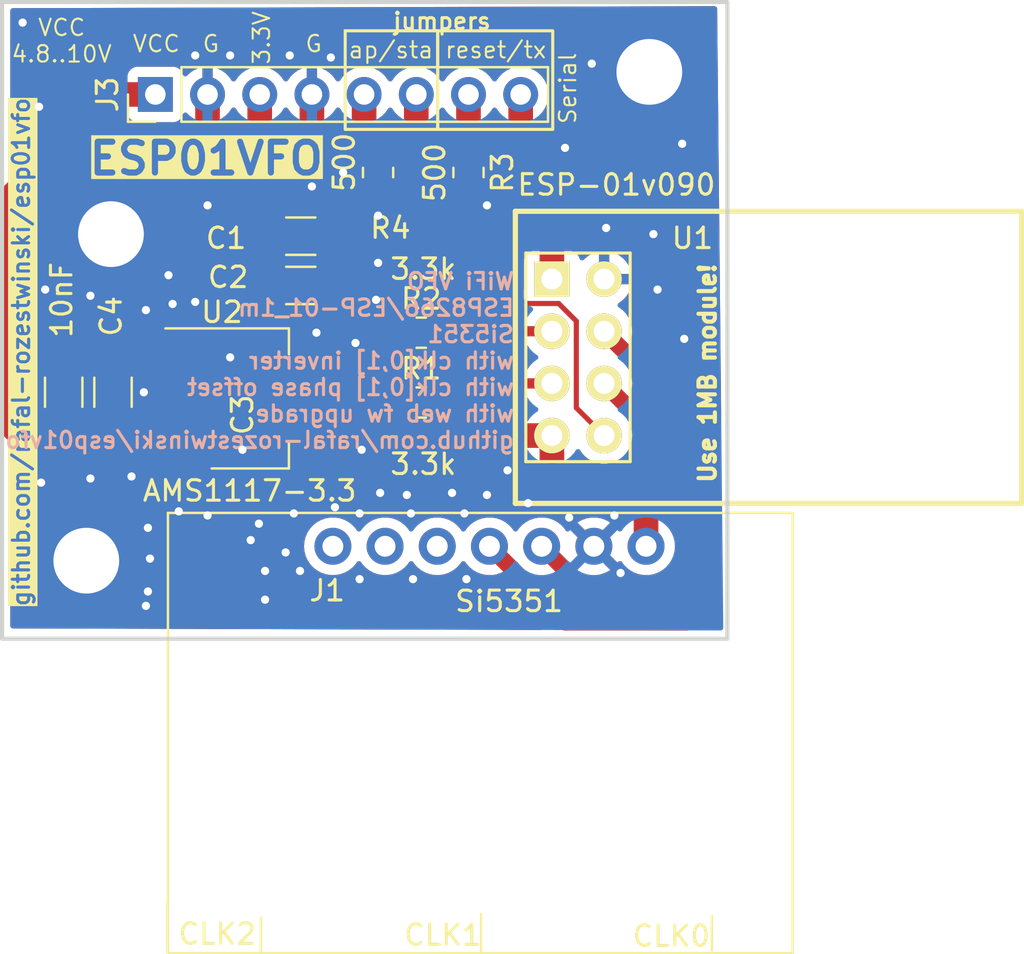
<source format=kicad_pcb>
(kicad_pcb (version 20221018) (generator pcbnew)
  (layers (0 "F.Cu" signal) (31 "B.Cu" signal) (34 "B.Paste" user) (35 "F.Paste" user) (36 "B.SilkS" user "B.Silkscreen") (37 "F.SilkS" user "F.Silkscreen") (38 "B.Mask" user) (39 "F.Mask" user) (44 "Edge.Cuts" user))
  (net 0 "")
  (net 1 "VCC")
  (net 2 "gnd")
  (net 3 "vcc")
  (net 4 "clk2")
  (net 5 "clk0")
  (net 6 "Net-(U1-RST)")
  (net 7 "Net-(U1-CH_PD)")
  (net 8 "scl")
  (net 9 "sda")
  (net 10 "clk1")
  (net 11 "Net-(J3-Pin_5)")
  (net 12 "AP_MODE_PIN")
  (net 13 "Net-(J3-Pin_7)")
  (net 14 "FACTORY_RESET_PIN")
  (footprint "Capacitor_SMD:C_1206_3216Metric_Pad1.33x1.80mm_HandSolder" (layer "F.Cu") (at 121.4 91.9 -90)
    (fp_text reference "C3" (at 1.1 -8.7 90) (layer "F.SilkS"))
    (fp_text value "10nF" (at -4.5 0.1 -90) (layer "F.SilkS"))
    (fp_line (start -0.711252 -0.91) (end 0.711252 -0.91) (stroke (width 0.12)) (layer "F.SilkS"))
    (fp_line (start -0.711252 0.91) (end 0.711252 0.91) (stroke (width 0.12)) (layer "F.SilkS"))
    (pad "1" smd roundrect (at -1.5625 0 270) (size 1.325 1.8) (layers "F.Cu" "F.Paste" "F.Mask") (roundrect_rratio 0.1886792453) (net 2 "gnd"))
    (pad "2" smd roundrect (at 1.5625 0 270) (size 1.325 1.8) (layers "F.Cu" "F.Paste" "F.Mask") (roundrect_rratio 0.1886792453) (net 1 "VCC"))
  )
  (footprint "Resistor_SMD:R_0805_2012Metric_Pad1.20x1.40mm_HandSolder" (layer "F.Cu") (at 138.8 89)
    (fp_text reference "R2" (at 0 -1.65) (layer "F.SilkS"))
    (fp_text value "3.3k" (at 0.1 -3.1) (layer "F.SilkS"))
    (fp_line (start -0.227064 -0.735) (end 0.227064 -0.735) (stroke (width 0.12)) (layer "F.SilkS"))
    (fp_line (start -0.227064 0.735) (end 0.227064 0.735) (stroke (width 0.12)) (layer "F.SilkS"))
    (pad "1" smd roundrect (at -1 0) (size 1.2 1.4) (layers "F.Cu" "F.Paste" "F.Mask") (roundrect_rratio 0.2083333333) (net 3 "vcc"))
    (pad "2" smd roundrect (at 1 0) (size 1.2 1.4) (layers "F.Cu" "F.Paste" "F.Mask") (roundrect_rratio 0.2083333333) (net 7 "Net-(U1-CH_PD)"))
  )
  (footprint "Package_TO_SOT_SMD:SOT-223-3_TabPin2" (layer "F.Cu") (at 130.45 92.2)
    (fp_text reference "U2" (at -1.35 -4.2) (layer "F.SilkS"))
    (fp_text value "AMS1117-3.3" (at 0 4.5) (layer "F.SilkS"))
    (fp_line (start -4.1 -3.41) (end 1.91 -3.41) (stroke (width 0.12)) (layer "F.SilkS"))
    (fp_line (start -1.85 3.41) (end 1.91 3.41) (stroke (width 0.12)) (layer "F.SilkS"))
    (fp_line (start 1.91 -3.41) (end 1.91 -2.15) (stroke (width 0.12)) (layer "F.SilkS"))
    (fp_line (start 1.91 3.41) (end 1.91 2.15) (stroke (width 0.12)) (layer "F.SilkS"))
    (pad "1" smd rect (at -3.15 -2.3) (size 2 1.5) (layers "F.Cu" "F.Paste" "F.Mask") (net 2 "gnd"))
    (pad "2" smd rect (at -3.15 0) (size 2 1.5) (layers "F.Cu" "F.Paste" "F.Mask") (net 3 "vcc"))
    (pad "2" smd rect (at 3.15 0) (size 2 3.8) (layers "F.Cu" "F.Paste" "F.Mask") (net 3 "vcc"))
    (pad "3" smd rect (at -3.15 2.3) (size 2 1.5) (layers "F.Cu" "F.Paste" "F.Mask") (net 1 "VCC"))
  )
  (footprint "Capacitor_SMD:C_1206_3216Metric_Pad1.33x1.80mm_HandSolder" (layer "F.Cu") (at 132.9375 84.3)
    (fp_text reference "C1" (at -3.6375 0.1) (layer "F.SilkS"))
    (fp_text value "10nF")
    (fp_line (start -0.711252 -0.91) (end 0.711252 -0.91) (stroke (width 0.12)) (layer "F.SilkS"))
    (fp_line (start -0.711252 0.91) (end 0.711252 0.91) (stroke (width 0.12)) (layer "F.SilkS"))
    (pad "1" smd roundrect (at -1.5625 0) (size 1.325 1.8) (layers "F.Cu" "F.Paste" "F.Mask") (roundrect_rratio 0.1886792453) (net 3 "vcc"))
    (pad "2" smd roundrect (at 1.5625 0) (size 1.325 1.8) (layers "F.Cu" "F.Paste" "F.Mask") (roundrect_rratio 0.1886792453) (net 2 "gnd"))
  )
  (footprint "Connector_PinHeader_2.54mm:PinHeader_1x08_P2.54mm_Vertical" (layer "F.Cu") (at 125.86 77.4 90)
    (fp_text reference "J3" (at 0 -2.33 90) (layer "F.SilkS"))
    (fp_text value "Conn_01x08_Pin" hide)
    (fp_line (start -1.33 -1.33) (end 0 -1.33) (stroke (width 0.12)) (layer "F.SilkS"))
    (fp_line (start -1.33 0) (end -1.33 -1.33) (stroke (width 0.12)) (layer "F.SilkS"))
    (fp_line (start -1.33 1.27) (end -1.33 19.11) (stroke (width 0.12)) (layer "F.SilkS"))
    (fp_line (start -1.33 1.27) (end 1.33 1.27) (stroke (width 0.12)) (layer "F.SilkS"))
    (fp_line (start -1.33 19.11) (end 1.33 19.11) (stroke (width 0.12)) (layer "F.SilkS"))
    (fp_line (start 1.33 1.27) (end 1.33 19.11) (stroke (width 0.12)) (layer "F.SilkS"))
    (pad "1" thru_hole rect (at 0 0 90) (size 1.7 1.7) (drill 1) (layers "*.Cu" "*.Mask") (net 1 "VCC"))
    (pad "2" thru_hole oval (at 0 2.54 90) (size 1.7 1.7) (drill 1) (layers "*.Cu" "*.Mask") (net 2 "gnd"))
    (pad "3" thru_hole oval (at 0 5.08 90) (size 1.7 1.7) (drill 1) (layers "*.Cu" "*.Mask") (net 3 "vcc"))
    (pad "4" thru_hole oval (at 0 7.62 90) (size 1.7 1.7) (drill 1) (layers "*.Cu" "*.Mask") (net 2 "gnd"))
    (pad "5" thru_hole oval (at 0 10.16 90) (size 1.7 1.7) (drill 1) (layers "*.Cu" "*.Mask") (net 11 "Net-(J3-Pin_5)"))
    (pad "6" thru_hole oval (at 0 12.7 90) (size 1.7 1.7) (drill 1) (layers "*.Cu" "*.Mask") (net 12 "AP_MODE_PIN"))
    (pad "7" thru_hole oval (at 0 15.24 90) (size 1.7 1.7) (drill 1) (layers "*.Cu" "*.Mask") (net 13 "Net-(J3-Pin_7)"))
    (pad "8" thru_hole oval (at 0 17.78 90) (size 1.7 1.7) (drill 1) (layers "*.Cu" "*.Mask") (net 14 "FACTORY_RESET_PIN"))
  )
  (footprint "footprints:SI5351 Module" (layer "F.Cu") (at 126.4736 104.3784)
    (fp_text reference "J1" (at 7.75 -2.82) (layer "F.SilkS"))
    (fp_text value "Si5351" (at 16.6 -2.3) (layer "F.SilkS"))
    (fp_text user "CLK2" (at 2.4 13.9) (layer "F.SilkS"))
    (fp_text user "CLK0" (at 24.5 14) (layer "F.SilkS"))
    (fp_text user "CLK1" (at 13.38 13.95) (layer "F.SilkS"))
    (fp_line (start -0.0254 12.319) (end -0.0254 14.8336) (stroke (width 0.12)) (layer "F.SilkS"))
    (fp_line (start 4.5212 14.8336) (end 4.5212 13.1064) (stroke (width 0.12)) (layer "F.SilkS"))
    (fp_line (start 15.24 14.7828) (end 15.24 12.9286) (stroke (width 0.12)) (layer "F.SilkS"))
    (fp_line (start 26.4795 14.7066) (end 26.4668 13.0302) (stroke (width 0.12)) (layer "F.SilkS"))
    (fp_rect (start 0 -6.604) (end 30.4038 14.8336) (stroke (width 0.12)) (fill none) (layer "F.SilkS"))
    (pad "1" thru_hole circle (at 8.0264 -4.9784) (size 1.8 1.8) (drill 1.016) (layers "*.Cu" "*.Mask") (net 5 "clk0"))
    (pad "2" thru_hole circle (at 10.5664 -4.9784) (size 1.8 1.8) (drill 1.016) (layers "*.Cu" "*.Mask") (net 10 "clk1"))
    (pad "3" thru_hole circle (at 13.1064 -4.9784) (size 1.8 1.8) (drill 1.016) (layers "*.Cu" "*.Mask") (net 4 "clk2"))
    (pad "4" thru_hole circle (at 15.6464 -4.9784) (size 1.8 1.8) (drill 1.016) (layers "*.Cu" "*.Mask") (net 8 "scl"))
    (pad "5" thru_hole circle (at 18.1864 -4.9784) (size 1.8 1.8) (drill 1.016) (layers "*.Cu" "*.Mask") (net 9 "sda"))
    (pad "6" thru_hole circle (at 20.7264 -4.9784) (size 1.8 1.8) (drill 1.016) (layers "*.Cu" "*.Mask") (net 2 "gnd"))
    (pad "7" thru_hole circle (at 23.2664 -4.9784) (size 1.8 1.8) (drill 1.016) (layers "*.Cu" "*.Mask") (net 3 "vcc"))
  )
  (footprint "Resistor_SMD:R_0805_2012Metric_Pad1.20x1.40mm_HandSolder" (layer "F.Cu") (at 138.8 92.4)
    (fp_text reference "R1" (at 0 -1.65) (layer "F.SilkS"))
    (fp_text value "3.3k" (at 0.1 3) (layer "F.SilkS"))
    (fp_line (start -0.227064 -0.735) (end 0.227064 -0.735) (stroke (width 0.12)) (layer "F.SilkS"))
    (fp_line (start -0.227064 0.735) (end 0.227064 0.735) (stroke (width 0.12)) (layer "F.SilkS"))
    (pad "1" smd roundrect (at -1 0) (size 1.2 1.4) (layers "F.Cu" "F.Paste" "F.Mask") (roundrect_rratio 0.2083333333) (net 3 "vcc"))
    (pad "2" smd roundrect (at 1 0) (size 1.2 1.4) (layers "F.Cu" "F.Paste" "F.Mask") (roundrect_rratio 0.2083333333) (net 6 "Net-(U1-RST)"))
  )
  (footprint "Capacitor_SMD:C_1206_3216Metric_Pad1.33x1.80mm_HandSolder" (layer "F.Cu") (at 132.9375 86.7 180)
    (fp_text reference "C2" (at 3.5375 0.4) (layer "F.SilkS"))
    (fp_text value "10nF")
    (fp_line (start -0.711252 -0.91) (end 0.711252 -0.91) (stroke (width 0.12)) (layer "F.SilkS"))
    (fp_line (start -0.711252 0.91) (end 0.711252 0.91) (stroke (width 0.12)) (layer "F.SilkS"))
    (pad "1" smd roundrect (at -1.5625 0 180) (size 1.325 1.8) (layers "F.Cu" "F.Paste" "F.Mask") (roundrect_rratio 0.1886792453) (net 2 "gnd"))
    (pad "2" smd roundrect (at 1.5625 0 180) (size 1.325 1.8) (layers "F.Cu" "F.Paste" "F.Mask") (roundrect_rratio 0.1886792453) (net 3 "vcc"))
  )
  (footprint "footprints:ESP-01" (layer "F.Cu") (at 145.159 86.39)
    (fp_text reference "U1" (at 6.841 -1.99) (layer "F.SilkS"))
    (fp_text value "ESP-01v090" (at 3.141 -4.59 180) (layer "F.SilkS"))
    (fp_line (start -1.778 -3.302) (end 22.86 -3.302) (stroke (width 0.254)) (layer "F.SilkS"))
    (fp_line (start -1.778 10.922) (end -1.778 -3.302) (stroke (width 0.254)) (layer "F.SilkS"))
    (fp_line (start -1.27 -1.27) (end -1.27 1.27) (stroke (width 0.1524)) (layer "F.SilkS"))
    (fp_line (start -1.27 1.27) (end -1.27 8.89) (stroke (width 0.1524)) (layer "F.SilkS"))
    (fp_line (start -1.27 8.89) (end 3.81 8.89) (stroke (width 0.1524)) (layer "F.SilkS"))
    (fp_line (start 1.27 -1.27) (end -1.27 -1.27) (stroke (width 0.1524)) (layer "F.SilkS"))
    (fp_line (start 3.81 -1.27) (end 1.27 -1.27) (stroke (width 0.1524)) (layer "F.SilkS"))
    (fp_line (start 3.81 8.89) (end 3.81 -1.27) (stroke (width 0.1524)) (layer "F.SilkS"))
    (fp_line (start 22.86 -3.302) (end 22.86 10.922) (stroke (width 0.254)) (layer "F.SilkS"))
    (fp_line (start 22.86 10.922) (end -1.778 10.922) (stroke (width 0.254)) (layer "F.SilkS"))
    (pad "1" thru_hole rect (at 0 0) (size 1.7272 1.7272) (drill 1.016) (layers "*.Cu" "*.Mask" "F.SilkS") (net 14 "FACTORY_RESET_PIN"))
    (pad "2" thru_hole oval (at 2.54 0) (size 1.7272 1.7272) (drill 1.016) (layers "*.Cu" "*.Mask" "F.SilkS") (net 2 "gnd"))
    (pad "3" thru_hole oval (at 0 2.54) (size 1.7272 1.7272) (drill 1.016) (layers "*.Cu" "*.Mask" "F.SilkS") (net 7 "Net-(U1-CH_PD)"))
    (pad "4" thru_hole oval (at 2.54 2.54) (size 1.7272 1.7272) (drill 1.016) (layers "*.Cu" "*.Mask" "F.SilkS") (net 8 "scl"))
    (pad "5" thru_hole oval (at 0 5.08) (size 1.7272 1.7272) (drill 1.016) (layers "*.Cu" "*.Mask" "F.SilkS") (net 6 "Net-(U1-RST)"))
    (pad "6" thru_hole oval (at 2.54 5.08) (size 1.7272 1.7272) (drill 1.016) (layers "*.Cu" "*.Mask" "F.SilkS") (net 9 "sda"))
    (pad "7" thru_hole oval (at 0 7.62) (size 1.7272 1.7272) (drill 1.016) (layers "*.Cu" "*.Mask" "F.SilkS") (net 3 "vcc"))
    (pad "8" thru_hole oval (at 2.54 7.62) (size 1.7272 1.7272) (drill 1.016) (layers "*.Cu" "*.Mask" "F.SilkS") (net 12 "AP_MODE_PIN"))
  )
  (footprint "Resistor_SMD:R_0805_2012Metric_Pad1.20x1.40mm_HandSolder" (layer "F.Cu") (at 141.1 81.2 -90)
    (fp_text reference "R3" (at 0 -1.65 90) (layer "F.SilkS"))
    (fp_text value "500" (at 0 1.65 90) (layer "F.SilkS"))
    (fp_line (start -0.227064 -0.735) (end 0.227064 -0.735) (stroke (width 0.12)) (layer "F.SilkS"))
    (fp_line (start -0.227064 0.735) (end 0.227064 0.735) (stroke (width 0.12)) (layer "F.SilkS"))
    (pad "1" smd roundrect (at -1 0 270) (size 1.2 1.4) (layers "F.Cu" "F.Paste" "F.Mask") (roundrect_rratio 0.2083333333) (net 13 "Net-(J3-Pin_7)"))
    (pad "2" smd roundrect (at 1 0 270) (size 1.2 1.4) (layers "F.Cu" "F.Paste" "F.Mask") (roundrect_rratio 0.2083333333) (net 2 "gnd"))
  )
  (footprint "Resistor_SMD:R_0805_2012Metric_Pad1.20x1.40mm_HandSolder" (layer "F.Cu") (at 136.7 81.2 -90)
    (fp_text reference "R4" (at 2.7 -0.6 -180) (layer "F.SilkS"))
    (fp_text value "500" (at -0.5 1.65 90) (layer "F.SilkS"))
    (fp_line (start -0.227064 -0.735) (end 0.227064 -0.735) (stroke (width 0.12)) (layer "F.SilkS"))
    (fp_line (start -0.227064 0.735) (end 0.227064 0.735) (stroke (width 0.12)) (layer "F.SilkS"))
    (pad "1" smd roundrect (at -1 0 270) (size 1.2 1.4) (layers "F.Cu" "F.Paste" "F.Mask") (roundrect_rratio 0.2083333333) (net 11 "Net-(J3-Pin_5)"))
    (pad "2" smd roundrect (at 1 0 270) (size 1.2 1.4) (layers "F.Cu" "F.Paste" "F.Mask") (roundrect_rratio 0.2083333333) (net 2 "gnd"))
  )
  (footprint "Capacitor_SMD:C_1206_3216Metric_Pad1.33x1.80mm_HandSolder" (layer "F.Cu") (at 123.8 91.9 90)
    (fp_text reference "C4" (at 3.7 -0.1 90) (layer "F.SilkS"))
    (fp_text value "10nF")
    (fp_line (start -0.711252 -0.91) (end 0.711252 -0.91) (stroke (width 0.12)) (layer "F.SilkS"))
    (fp_line (start -0.711252 0.91) (end 0.711252 0.91) (stroke (width 0.12)) (layer "F.SilkS"))
    (pad "1" smd roundrect (at -1.5625 0 90) (size 1.325 1.8) (layers "F.Cu" "F.Paste" "F.Mask") (roundrect_rratio 0.1886792453) (net 1 "VCC"))
    (pad "2" smd roundrect (at 1.5625 0 90) (size 1.325 1.8) (layers "F.Cu" "F.Paste" "F.Mask") (roundrect_rratio 0.1886792453) (net 2 "gnd"))
  )
  (gr_rect (start 135.1 74.3) (end 139.6 79.1) (stroke (width 0.15)) (fill none) (layer "F.SilkS"))
  (gr_rect (start 139.6 74.3) (end 145.2 79.1) (stroke (width 0.15)) (fill none) (layer "F.SilkS"))
  (gr_rect (start 118.4 72.9) (end 153.7 103.9) (stroke (width 0.2)) (fill none) (layer "Edge.Cuts"))
  (gr_text "WiFi VFO\nESP8266/ESP-01_1m\nSi5351\nwith clk[0,1] inverter\nwith clk[0,1] phase offset\nwith web fw upgrade\ngithub.com/rafal-rozestwinski/esp01vfo" (at 143.4 94.7) (layer "B.SilkS") (effects (font (size 0.8 0.8)) (justify left bottom mirror)))
  (gr_text "VCC" (at 124.7 75.4) (layer "F.SilkS") (effects (font (size 0.8 0.8) (thickness 0.1)) (justify left bottom)))
  (gr_text "ESP01VFO" (at 122.5 81.4) (layer "F.SilkS" knockout) (effects (font (size 1.5 1.5) (thickness 0.3) bold) (justify left bottom)))
  (gr_text "G" (at 133.1 75.4) (layer "F.SilkS") (effects (font (size 0.8 0.8) (thickness 0.1)) (justify left bottom)))
  (gr_text "ap/sta" (at 135.2 75.7) (layer "F.SilkS") (effects (font (size 0.8 0.8) (thickness 0.1)) (justify left bottom)))
  (gr_text "Serial" (at 146.4 78.9 90) (layer "F.SilkS") (effects (font (size 0.8 0.8) (thickness 0.1)) (justify left bottom)))
  (gr_text "G" (at 128.1 75.4) (layer "F.SilkS") (effects (font (size 0.8 0.8) (thickness 0.1)) (justify left bottom)))
  (gr_text "jumpers" (at 137.35 74.3) (layer "F.SilkS") (effects (font (size 0.8 0.8)) (justify left bottom)))
  (gr_text "3.3V" (at 131.5 76 90) (layer "F.SilkS") (effects (font (size 0.8 0.8) (thickness 0.1)) (justify left bottom)))
  (gr_text "github.com/rafal-rozestwinski/esp01vfo" (at 119.8 102.4 90) (layer "F.SilkS" knockout) (effects (font (size 0.8 0.8)) (justify left bottom)))
  (gr_text "Use 1MB module!" (at 153.2 96.4 90) (layer "F.SilkS") (effects (font (size 0.8 0.8) (thickness 0.2) bold) (justify left bottom)))
  (gr_text "VCC\n4.8..10V" (at 121.3 75.9) (layer "F.SilkS") (effects (font (size 0.8 0.8) (thickness 0.1)) (justify bottom)))
  (gr_text "reset/tx" (at 139.9 75.7) (layer "F.SilkS") (effects (font (size 0.8 0.8) (thickness 0.1)) (justify left bottom)))
  (segment (start 119 93.7) (end 121.1625 93.7) (width 1.2) (layer "F.Cu") (net 1))
  (segment (start 123.81 77.4) (end 119 82.21) (width 1.2) (layer "F.Cu") (net 1))
  (segment (start 121.1625 93.7) (end 121.4 93.4625) (width 1.2) (layer "F.Cu") (net 1))
  (segment (start 119 82.21) (end 119 93.7) (width 1.2) (layer "F.Cu") (net 1))
  (segment (start 121.4 93.4625) (end 122.4375 94.5) (width 1.2) (layer "F.Cu") (net 1))
  (segment (start 125.86 77.4) (end 123.81 77.4) (width 1.2) (layer "F.Cu") (net 1))
  (segment (start 122.4375 94.5) (end 127.3 94.5) (width 1.2) (layer "F.Cu") (net 1))
  (segment (start 133.48 81.88) (end 133.48 77.4) (width 1.2) (layer "F.Cu") (net 2))
  (segment (start 141.9 82.7) (end 141.8 82.7) (width 1.2) (layer "F.Cu") (net 2))
  (segment (start 134.5 86.7) (end 134.5 82.9) (width 1.2) (layer "F.Cu") (net 2))
  (segment (start 134.5 82.9) (end 133.48 81.88) (width 1.2) (layer "F.Cu") (net 2))
  (segment (start 141.7 82.7) (end 142 82.8) (width 1.2) (layer "F.Cu") (net 2))
  (segment (start 128.4 82.8) (end 128.4 88.8) (width 1.2) (layer "F.Cu") (net 2))
  (segment (start 142 82.8) (end 141.9 82.7) (width 1.2) (layer "F.Cu") (net 2))
  (segment (start 141.6 82.7) (end 141.7 82.7) (width 1.2) (layer "F.Cu") (net 2))
  (segment (start 128.4 77.4) (end 128.4 82.8) (width 1.2) (layer "F.Cu") (net 2))
  (segment (start 128.4 88.8) (end 127.3 89.9) (width 1.2) (layer "F.Cu") (net 2))
  (segment (start 141.1 82.2) (end 141.6 82.7) (width 1.2) (layer "F.Cu") (net 2))
  (via (at 131.2 100.6) (size 0.8) (drill 0.4) (layers "F.Cu" "B.Cu") (net 2))
  (via (at 141 101) (size 0.8) (drill 0.4) (layers "F.Cu" "B.Cu") (net 2))
  (via (at 149.9 76.3) (size 4) (drill 3.2) (layers "F.Cu" "B.Cu") (net 2))
  (via (at 143 95.7) (size 0.8) (drill 0.4) (layers "F.Cu" "B.Cu") (net 2))
  (via (at 132.4 75.5) (size 0.8) (drill 0.4) (layers "F.Cu" "B.Cu") (net 2))
  (via (at 134.6 97.5) (size 0.8) (drill 0.4) (layers "F.Cu" "B.Cu") (net 2))
  (via (at 131.2 102) (size 0.8) (drill 0.4) (layers "F.Cu" "B.Cu") (net 2))
  (via (at 130.1 94.7) (size 0.8) (drill 0.4) (layers "F.Cu" "B.Cu") (net 2))
  (via (at 136.7 85.6) (size 0.8) (drill 0.4) (layers "F.Cu" "B.Cu") (net 2))
  (via (at 135.8 97.8) (size 0.8) (drill 0.4) (layers "F.Cu" "B.Cu") (net 2))
  (via (at 128.4 82.8) (size 0.8) (drill 0.4) (layers "F.Cu" "B.Cu") (net 2))
  (via (at 138.1 96.9) (size 0.8) (drill 0.4) (layers "F.Cu" "B.Cu") (net 2))
  (via (at 119.4 73.9) (size 0.8) (drill 0.4) (layers "F.Cu" "B.Cu") (net 2))
  (via (at 151.5 79.8) (size 0.8) (drill 0.4) (layers "F.Cu" "B.Cu") (net 2))
  (via (at 147.8 83.9) (size 0.8) (drill 0.4) (layers "F.Cu" "B.Cu") (net 2))
  (via (at 145.8 80) (size 0.8) (drill 0.4) (layers "F.Cu" "B.Cu") (net 2))
  (via (at 146 98) (size 0.8) (drill 0.4) (layers "F.Cu" "B.Cu") (net 2))
  (via (at 127 97.7) (size 0.8) (drill 0.4) (layers "F.Cu" "B.Cu") (net 2))
  (via (at 138.3 97.8) (size 0.8) (drill 0.4) (layers "F.Cu" "B.Cu") (net 2))
  (via (at 142 96.9) (size 0.8) (drill 0.4) (layers "F.Cu" "B.Cu") (net 2))
  (via (at 125.6 100) (size 0.8) (drill 0.4) (layers "F.Cu" "B.Cu") (net 2))
  (via (at 122.5 100.1) (size 4) (drill 3.2) (layers "F.Cu" "B.Cu") (net 2))
  (via (at 148.5 100.7) (size 0.8) (drill 0.4) (layers "F.Cu" "B.Cu") (net 2))
  (via (at 125.4 87.9) (size 0.8) (drill 0.4) (layers "F.Cu" "B.Cu") (net 2))
  (via (at 135 81.2) (size 0.8) (drill 0.4) (layers "F.Cu" "B.Cu") (net 2))
  (via (at 123.7 84.2) (size 4) (drill 3.2) (layers "F.Cu" "B.Cu") (net 2))
  (via (at 138.4 101) (size 0.8) (drill 0.4) (layers "F.Cu" "B.Cu") (net 2))
  (via (at 150.1 84.2) (size 0.8) (drill 0.4) (layers "F.Cu" "B.Cu") (net 2))
  (via (at 122.7 87.2) (size 0.8) (drill 0.4) (layers "F.Cu" "B.Cu") (net 2))
  (via (at 126.5 86.2) (size 0.8) (drill 0.4) (layers "F.Cu" "B.Cu") (net 2))
  (via (at 130.9 98.3) (size 0.8) (drill 0.4) (layers "F.Cu" "B.Cu") (net 2))
  (via (at 132.6 97.8) (size 0.8) (drill 0.4) (layers "F.Cu" "B.Cu") (net 2))
  (via (at 129.5 75.5) (size 0.8) (drill 0.4) (layers "F.Cu" "B.Cu") (net 2))
  (via (at 136.8 96.8) (size 0.8) (drill 0.4) (layers "F.Cu" "B.Cu") (net 2))
  (via (at 125.5 98.5) (size 0.8) (drill 0.4) (layers "F.Cu" "B.Cu") (net 2))
  (via (at 142 82.8) (size 0.8) (drill 0.4) (layers "F.Cu" "B.Cu") (net 2))
  (via (at 129.5 90.2) (size 0.8) (drill 0.4) (layers "F.Cu" "B.Cu") (net 2))
  (via (at 135.6 89.5) (size 0.8) (drill 0.4) (layers "F.Cu" "B.Cu") (net 2))
  (via (at 120.3 96.3) (size 0.8) (drill 0.4) (layers "F.Cu" "B.Cu") (net 2))
  (via (at 140.3 96.8) (size 0.8) (drill 0.4) (layers "F.Cu" "B.Cu") (net 2))
  (via (at 127.8 75.5) (size 0.8) (drill 0.4) (layers "F.Cu" "B.Cu") (net 2))
  (via (at 132.2 99.7) (size 0.8) (drill 0.4) (layers "F.Cu" "B.Cu") (net 2))
  (via (at 135.9 94.7) (size 0.8) (drill 0.4) (layers "F.Cu" "B.Cu") (net 2))
  (via (at 125.3 91.9) (size 0.8) (drill 0.4) (layers "F.Cu" "B.Cu") (net 2))
  (via (at 133.7 89) (size 0.8) (drill 0.4) (layers "F.Cu" "B.Cu") (net 2))
  (via (at 128.4 97.9) (size 0.8) (drill 0.4) (layers "F.Cu" "B.Cu") (net 2))
  (via (at 151.6 89.3) (size 0.8) (drill 0.4) (layers "F.Cu" "B.Cu") (net 2))
  (via (at 130.5 99.1) (size 0.8) (drill 0.4) (layers "F.Cu" "B.Cu") (net 2))
  (via (at 120.5 86.9) (size 0.8) (drill 0.4) (layers "F.Cu" "B.Cu") (net 2))
  (via (at 133.48 81.88) (size 0.8) (drill 0.4) (layers "F.Cu" "B.Cu") (net 2))
  (via (at 136.7 83.3) (size 0.8) (drill 0.4) (layers "F.Cu" "B.Cu") (net 2))
  (via (at 144 97.3) (size 0.8) (drill 0.4) (layers "F.Cu" "B.Cu") (net 2))
  (via (at 147.1 75.9) (size 0.8) (drill 0.4) (layers "F.Cu" "B.Cu") (net 2))
  (via (at 120.2 78) (size 0.8) (drill 0.4) (layers "F.Cu" "B.Cu") (net 2))
  (via (at 122.7 96.1) (size 0.8) (drill 0.4) (layers "F.Cu" "B.Cu") (net 2))
  (via (at 132.9 100.6) (size 0.8) (drill 0.4) (layers "F.Cu" "B.Cu") (net 2))
  (via (at 125.5 101.6) (size 0.8) (drill 0.4) (layers "F.Cu" "B.Cu") (net 2))
  (via (at 126.7 87.6) (size 0.8) (drill 0.4) (layers "F.Cu" "B.Cu") (net 2))
  (via (at 124.7 96) (size 0.8) (drill 0.4) (layers "F.Cu" "B.Cu") (net 2))
  (via (at 148.2 97.9) (size 0.8) (drill 0.4) (layers "F.Cu" "B.Cu") (net 2))
  (via (at 150.3 86.9) (size 0.8) (drill 0.4) (layers "F.Cu" "B.Cu") (net 2))
  (via (at 135.8 101) (size 0.8) (drill 0.4) (layers "F.Cu" "B.Cu") (net 2))
  (via (at 134.4 75.6) (size 0.8) (drill 0.4) (layers "F.Cu" "B.Cu") (net 2))
  (via (at 140.9 97.8) (size 0.8) (drill 0.4) (layers "F.Cu" "B.Cu") (net 2))
  (via (at 125.4 102.3) (size 0.8) (drill 0.4) (layers "F.Cu" "B.Cu") (net 2))
  (via (at 127.8 87.5) (size 0.8) (drill 0.4) (layers "F.Cu" "B.Cu") (net 2))
  (via (at 136.6 87.4) (size 0.8) (drill 0.4) (layers "F.Cu" "B.Cu") (net 2))
  (segment (start 127.3 92.2) (end 133.6 92.2) (width 1.2) (layer "F.Cu") (net 3))
  (segment (start 145.159 94.01) (end 138.31 94.01) (width 1.2) (layer "F.Cu") (net 3))
  (segment (start 149 96.5) (end 145.5 96.5) (width 1.2) (layer "F.Cu") (net 3))
  (segment (start 133.6 92.2) (end 131.3 89.9) (width 1.2) (layer "F.Cu") (net 3))
  (segment (start 149.74 97.24) (end 149 96.5) (width 1.2) (layer "F.Cu") (net 3))
  (segment (start 130.94 77.4) (end 130.94 83.865) (width 1.2) (layer "F.Cu") (net 3))
  (segment (start 138.31 94.01) (end 137.8 93.5) (width 0.25) (layer "F.Cu") (net 3))
  (segment (start 131.375 84.3) (end 131.375 86.7) (width 1.2) (layer "F.Cu") (net 3))
  (segment (start 149.74 99.4) (end 149.74 97.24) (width 1.2) (layer "F.Cu") (net 3))
  (segment (start 137.8 93.5) (end 137.8 92.4) (width 1.2) (layer "F.Cu") (net 3))
  (segment (start 137.8 92.4) (end 137.8 89) (width 1.2) (layer "F.Cu") (net 3))
  (segment (start 133.6 92.2) (end 137.6 92.2) (width 1.2) (layer "F.Cu") (net 3))
  (segment (start 137.6 92.2) (end 137.8 92.4) (width 1.2) (layer "F.Cu") (net 3))
  (segment (start 145.5 96.5) (end 145.159 96.159) (width 0.25) (layer "F.Cu") (net 3))
  (segment (start 145.159 96.159) (end 145.159 94.01) (width 1.2) (layer "F.Cu") (net 3))
  (segment (start 131.3 86.775) (end 131.375 86.7) (width 1.2) (layer "F.Cu") (net 3))
  (segment (start 130.94 83.865) (end 131.375 84.3) (width 1.2) (layer "F.Cu") (net 3))
  (segment (start 131.3 89.9) (end 131.3 86.775) (width 1.2) (layer "F.Cu") (net 3))
  (segment (start 145.159 91.47) (end 140.73 91.47) (width 0.5) (layer "F.Cu") (net 6))
  (segment (start 140.73 91.47) (end 139.8 92.4) (width 0.5) (layer "F.Cu") (net 6))
  (segment (start 145.159 88.93) (end 139.87 88.93) (width 0.5) (layer "F.Cu") (net 7))
  (segment (start 139.87 88.93) (end 139.8 89) (width 0.25) (layer "F.Cu") (net 7))
  (segment (start 152.9 101.9) (end 151.7 103.1) (width 0.8) (layer "F.Cu") (net 8))
  (segment (start 145.82 103.1) (end 142.12 99.4) (width 0.8) (layer "F.Cu") (net 8))
  (segment (start 152.9 94.131) (end 152.9 101.9) (width 0.8) (layer "F.Cu") (net 8))
  (segment (start 147.699 88.93) (end 152.9 94.131) (width 0.8) (layer "F.Cu") (net 8))
  (segment (start 151.7 103.1) (end 145.82 103.1) (width 0.8) (layer "F.Cu") (net 8))
  (segment (start 147.699 91.47) (end 151.9 95.671) (width 0.8) (layer "F.Cu") (net 9))
  (segment (start 150.2 102) (end 147.26 102) (width 0.8) (layer "F.Cu") (net 9))
  (segment (start 151.9 100.3) (end 150.2 102) (width 0.8) (layer "F.Cu") (net 9))
  (segment (start 147.26 102) (end 144.66 99.4) (width 0.8) (layer "F.Cu") (net 9))
  (segment (start 151.9 95.671) (end 151.9 100.3) (width 0.8) (layer "F.Cu") (net 9))
  (segment (start 136.02 77.4) (end 136.02 79.52) (width 1.2) (layer "F.Cu") (net 11))
  (segment (start 136.02 79.52) (end 136.7 80.2) (width 1.2) (layer "F.Cu") (net 11))
  (segment (start 138.56 81.944924) (end 142.4 85.784924) (width 1.2) (layer "F.Cu") (net 12))
  (segment (start 138.56 77.4) (end 138.56 81.944924) (width 1.2) (layer "F.Cu") (net 12))
  (segment (start 147.699 94.01) (end 146.3476 92.6586) (width 0.25) (layer "F.Cu") (net 12))
  (segment (start 146.3476 88.437665) (end 145.488535 87.5786) (width 0.25) (layer "F.Cu") (net 12))
  (segment (start 142.4 85.784924) (end 142.4 87.5) (width 1.2) (layer "F.Cu") (net 12))
  (segment (start 145.488535 87.5786) (end 142.5 87.5786) (width 0.25) (layer "F.Cu") (net 12))
  (segment (start 146.3476 92.6586) (end 146.3476 88.437665) (width 0.25) (layer "F.Cu") (net 12))
  (segment (start 141.1 77.4) (end 141.1 80.2) (width 1.2) (layer "F.Cu") (net 13))
  (segment (start 145.159 83.859) (end 145.159 86.39) (width 1.2) (layer "F.Cu") (net 14))
  (segment (start 143.64 82.34) (end 145.159 83.859) (width 1.2) (layer "F.Cu") (net 14))
  (segment (start 143.64 77.4) (end 143.64 82.34) (width 1.2) (layer "F.Cu") (net 14))
  (zone (net 2) (net_name "gnd") (layers "F&B.Cu") (connect_pads (clearance 0.5)) (min_thickness 0.25) (fill yes (thermal_gap 0.5) (thermal_bridge_width 0.5))
    (polygon (pts (xy 118.8 78.7) (xy 118.8 103.4) (xy 153.5 103.5) (xy 153.2 73.1) (xy 118.8 73.2)))
  )
)
</source>
